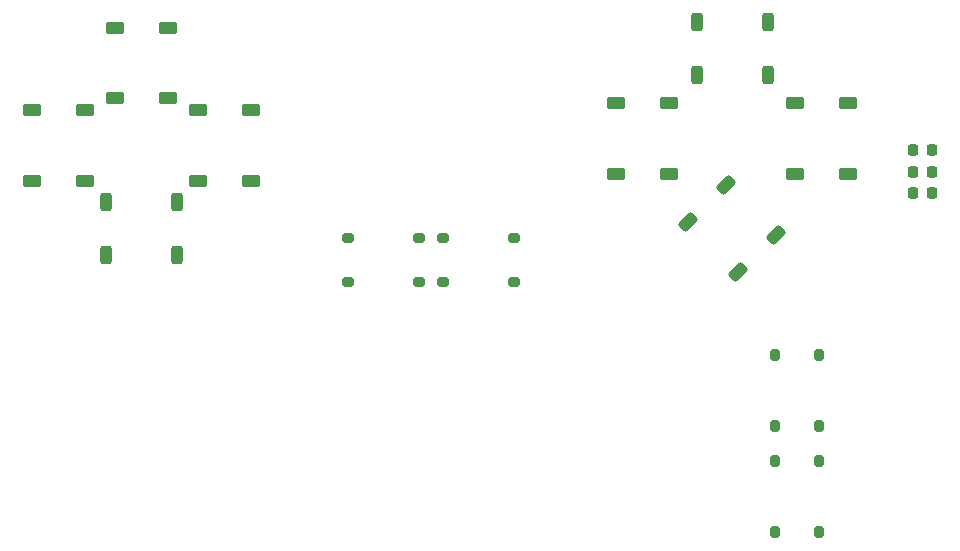
<source format=gtp>
G04 #@! TF.GenerationSoftware,KiCad,Pcbnew,8.0.4*
G04 #@! TF.CreationDate,2025-03-14T20:27:19-07:00*
G04 #@! TF.ProjectId,mintypcb,6d696e74-7970-4636-922e-6b696361645f,2*
G04 #@! TF.SameCoordinates,Original*
G04 #@! TF.FileFunction,Paste,Top*
G04 #@! TF.FilePolarity,Positive*
%FSLAX46Y46*%
G04 Gerber Fmt 4.6, Leading zero omitted, Abs format (unit mm)*
G04 Created by KiCad (PCBNEW 8.0.4) date 2025-03-14 20:27:19*
%MOMM*%
%LPD*%
G01*
G04 APERTURE LIST*
G04 Aperture macros list*
%AMRoundRect*
0 Rectangle with rounded corners*
0 $1 Rounding radius*
0 $2 $3 $4 $5 $6 $7 $8 $9 X,Y pos of 4 corners*
0 Add a 4 corners polygon primitive as box body*
4,1,4,$2,$3,$4,$5,$6,$7,$8,$9,$2,$3,0*
0 Add four circle primitives for the rounded corners*
1,1,$1+$1,$2,$3*
1,1,$1+$1,$4,$5*
1,1,$1+$1,$6,$7*
1,1,$1+$1,$8,$9*
0 Add four rect primitives between the rounded corners*
20,1,$1+$1,$2,$3,$4,$5,0*
20,1,$1+$1,$4,$5,$6,$7,0*
20,1,$1+$1,$6,$7,$8,$9,0*
20,1,$1+$1,$8,$9,$2,$3,0*%
G04 Aperture macros list end*
%ADD10RoundRect,0.218750X0.218750X0.256250X-0.218750X0.256250X-0.218750X-0.256250X0.218750X-0.256250X0*%
%ADD11RoundRect,0.200000X-0.300000X-0.200000X0.300000X-0.200000X0.300000X0.200000X-0.300000X0.200000X0*%
%ADD12RoundRect,0.250000X-0.550000X0.250000X-0.550000X-0.250000X0.550000X-0.250000X0.550000X0.250000X0*%
%ADD13RoundRect,0.250000X0.550000X-0.250000X0.550000X0.250000X-0.550000X0.250000X-0.550000X-0.250000X0*%
%ADD14RoundRect,0.250000X0.250000X0.550000X-0.250000X0.550000X-0.250000X-0.550000X0.250000X-0.550000X0*%
%ADD15RoundRect,0.250000X0.565685X0.212132X0.212132X0.565685X-0.565685X-0.212132X-0.212132X-0.565685X0*%
%ADD16RoundRect,0.200000X-0.200000X0.300000X-0.200000X-0.300000X0.200000X-0.300000X0.200000X0.300000X0*%
%ADD17RoundRect,0.250000X-0.250000X-0.550000X0.250000X-0.550000X0.250000X0.550000X-0.250000X0.550000X0*%
%ADD18RoundRect,0.200000X0.200000X-0.300000X0.200000X0.300000X-0.200000X0.300000X-0.200000X-0.300000X0*%
G04 APERTURE END LIST*
D10*
X135912499Y-69500000D03*
X134337497Y-69500000D03*
D11*
X86500000Y-75150000D03*
X92500000Y-75150000D03*
X86500000Y-78850000D03*
X92500000Y-78850000D03*
D12*
X128850000Y-63700000D03*
X128850000Y-69700000D03*
X124350000Y-63700000D03*
X124350000Y-69700000D03*
X64250000Y-64300000D03*
X64250000Y-70300000D03*
X59750000Y-64300000D03*
X59750000Y-70300000D03*
D13*
X73750000Y-70300000D03*
X73750000Y-64300000D03*
X78250000Y-70300000D03*
X78250000Y-64300000D03*
D14*
X122000000Y-61350000D03*
X116000000Y-61350000D03*
X122000000Y-56850000D03*
X116000000Y-56850000D03*
D12*
X113650000Y-63700000D03*
X113650000Y-69700000D03*
X109150000Y-63700000D03*
X109150000Y-69700000D03*
D15*
X119530330Y-78012311D03*
X115287689Y-73769670D03*
X122712311Y-74830330D03*
X118469670Y-70587689D03*
D16*
X126350000Y-94000000D03*
X126350000Y-100000000D03*
X122650000Y-94000000D03*
X122650000Y-100000000D03*
D12*
X71250000Y-57300000D03*
X71250000Y-63300000D03*
X66750000Y-57300000D03*
X66750000Y-63300000D03*
D10*
X135912499Y-71300000D03*
X134337497Y-71300000D03*
D17*
X66000000Y-72050000D03*
X72000000Y-72050000D03*
X66000000Y-76550000D03*
X72000000Y-76550000D03*
D10*
X135900000Y-67700000D03*
X134324998Y-67700000D03*
D18*
X122650000Y-91000000D03*
X122650000Y-85000000D03*
X126350000Y-91000000D03*
X126350000Y-85000000D03*
D11*
X94500000Y-75150000D03*
X100500000Y-75150000D03*
X94500000Y-78850000D03*
X100500000Y-78850000D03*
M02*

</source>
